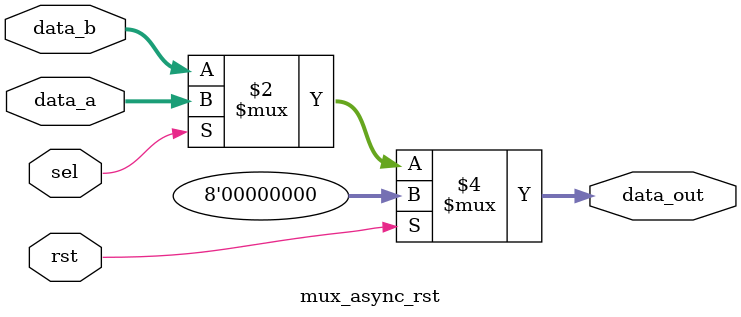
<source format=sv>
module mux_async_rst #(parameter WIDTH=8)(
    input wire rst,
    input wire sel,
    input wire [WIDTH-1:0] data_a, data_b,
    output reg [WIDTH-1:0] data_out
);
always @(*) begin
    if (rst)
        data_out = 0;
    else
        data_out = sel ? data_a : data_b;
end
endmodule

</source>
